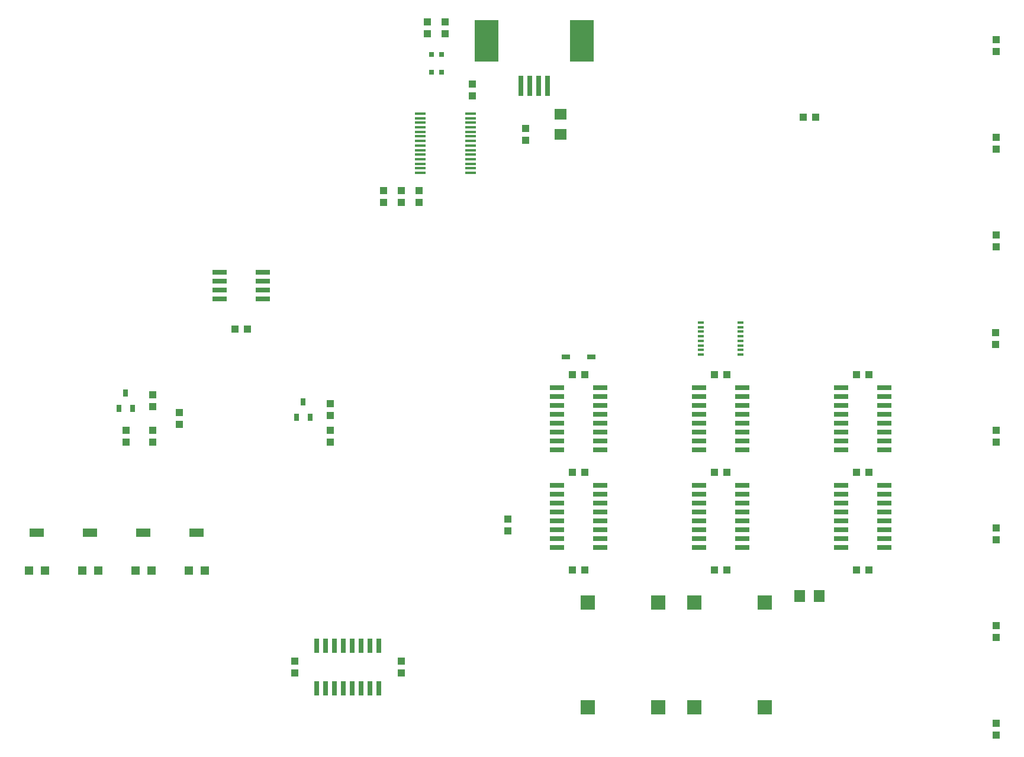
<source format=gbr>
G04 EAGLE Gerber RS-274X export*
G75*
%MOMM*%
%FSLAX34Y34*%
%LPD*%
%INSolderpaste Bottom*%
%IPPOS*%
%AMOC8*
5,1,8,0,0,1.08239X$1,22.5*%
G01*
%ADD10R,1.300000X1.300000*%
%ADD11R,2.000000X1.300000*%
%ADD12R,1.100000X1.000000*%
%ADD13R,1.000000X1.100000*%
%ADD14R,1.200000X0.700000*%
%ADD15R,2.032000X0.660400*%
%ADD16R,0.700000X1.000000*%
%ADD17R,0.660400X2.032000*%
%ADD18R,1.500000X0.400000*%
%ADD19R,0.800000X0.800000*%
%ADD20R,0.900000X0.350000*%
%ADD21R,2.000000X2.000000*%
%ADD22R,1.803000X1.600000*%
%ADD23R,3.400000X6.040000*%
%ADD24R,0.700000X3.000000*%
%ADD25R,1.600000X1.803000*%


D10*
X202000Y251900D03*
X179000Y251900D03*
D11*
X190500Y306900D03*
D12*
X414900Y597500D03*
X397900Y597500D03*
X1286900Y532800D03*
X1303900Y532800D03*
D13*
X483200Y105800D03*
X483200Y122800D03*
D12*
X1210700Y901100D03*
X1227700Y901100D03*
X880500Y253400D03*
X897500Y253400D03*
D13*
X813400Y867800D03*
X813400Y884800D03*
X661000Y778900D03*
X661000Y795900D03*
X737200Y931300D03*
X737200Y948300D03*
X635600Y778900D03*
X635600Y795900D03*
X318100Y461400D03*
X318100Y478400D03*
X534000Y474100D03*
X534000Y491100D03*
D12*
X880500Y393100D03*
X897500Y393100D03*
X1083700Y393100D03*
X1100700Y393100D03*
X1083700Y253400D03*
X1100700Y253400D03*
X1286900Y253400D03*
X1303900Y253400D03*
X1286900Y393100D03*
X1303900Y393100D03*
X880500Y532800D03*
X897500Y532800D03*
X1083700Y532800D03*
X1100700Y532800D03*
D14*
X870500Y558200D03*
X907500Y558200D03*
D15*
X858266Y425450D03*
X919734Y425450D03*
X858266Y438150D03*
X858266Y450850D03*
X919734Y438150D03*
X919734Y450850D03*
X858266Y463550D03*
X919734Y463550D03*
X858266Y476250D03*
X919734Y476250D03*
X858266Y488950D03*
X858266Y501650D03*
X919734Y488950D03*
X919734Y501650D03*
X858266Y514350D03*
X919734Y514350D03*
D16*
X495300Y493600D03*
X485800Y471600D03*
X504800Y471600D03*
D17*
X603250Y83566D03*
X603250Y145034D03*
X590550Y83566D03*
X577850Y83566D03*
X590550Y145034D03*
X577850Y145034D03*
X565150Y83566D03*
X565150Y145034D03*
X552450Y83566D03*
X552450Y145034D03*
X539750Y83566D03*
X527050Y83566D03*
X539750Y145034D03*
X527050Y145034D03*
X514350Y83566D03*
X514350Y145034D03*
D15*
X858266Y285750D03*
X919734Y285750D03*
X858266Y298450D03*
X858266Y311150D03*
X919734Y298450D03*
X919734Y311150D03*
X858266Y323850D03*
X919734Y323850D03*
X858266Y336550D03*
X919734Y336550D03*
X858266Y349250D03*
X858266Y361950D03*
X919734Y349250D03*
X919734Y361950D03*
X858266Y374650D03*
X919734Y374650D03*
X1264666Y425450D03*
X1326134Y425450D03*
X1264666Y438150D03*
X1264666Y450850D03*
X1326134Y438150D03*
X1326134Y450850D03*
X1264666Y463550D03*
X1326134Y463550D03*
X1264666Y476250D03*
X1326134Y476250D03*
X1264666Y488950D03*
X1264666Y501650D03*
X1326134Y488950D03*
X1326134Y501650D03*
X1264666Y514350D03*
X1326134Y514350D03*
X1264666Y285750D03*
X1326134Y285750D03*
X1264666Y298450D03*
X1264666Y311150D03*
X1326134Y298450D03*
X1326134Y311150D03*
X1264666Y323850D03*
X1326134Y323850D03*
X1264666Y336550D03*
X1326134Y336550D03*
X1264666Y349250D03*
X1264666Y361950D03*
X1326134Y349250D03*
X1326134Y361950D03*
X1264666Y374650D03*
X1326134Y374650D03*
X1061466Y425450D03*
X1122934Y425450D03*
X1061466Y438150D03*
X1061466Y450850D03*
X1122934Y438150D03*
X1122934Y450850D03*
X1061466Y463550D03*
X1122934Y463550D03*
X1061466Y476250D03*
X1122934Y476250D03*
X1061466Y488950D03*
X1061466Y501650D03*
X1122934Y488950D03*
X1122934Y501650D03*
X1061466Y514350D03*
X1122934Y514350D03*
X1061466Y285750D03*
X1122934Y285750D03*
X1061466Y298450D03*
X1061466Y311150D03*
X1122934Y298450D03*
X1122934Y311150D03*
X1061466Y323850D03*
X1122934Y323850D03*
X1061466Y336550D03*
X1122934Y336550D03*
X1061466Y349250D03*
X1061466Y361950D03*
X1122934Y349250D03*
X1122934Y361950D03*
X1061466Y374650D03*
X1122934Y374650D03*
D18*
X662250Y821350D03*
X662250Y827850D03*
X662250Y834350D03*
X662250Y840850D03*
X662250Y847350D03*
X662250Y853850D03*
X662250Y860350D03*
X662250Y866850D03*
X662250Y873350D03*
X662250Y879850D03*
X662250Y886350D03*
X662250Y892850D03*
X662250Y899350D03*
X662250Y905850D03*
X734750Y905850D03*
X734750Y899350D03*
X734750Y892850D03*
X734750Y886350D03*
X734750Y879850D03*
X734750Y873350D03*
X734750Y866850D03*
X734750Y860350D03*
X734750Y853850D03*
X734750Y847350D03*
X734750Y840850D03*
X734750Y834350D03*
X734750Y827850D03*
X734750Y821350D03*
D16*
X241300Y506300D03*
X231800Y484300D03*
X250800Y484300D03*
D13*
X635600Y105800D03*
X635600Y122800D03*
X697900Y1037200D03*
X697900Y1020200D03*
X672500Y1037200D03*
X672500Y1020200D03*
X610200Y778900D03*
X610200Y795900D03*
D12*
X280000Y436000D03*
X280000Y453000D03*
X241900Y436000D03*
X241900Y453000D03*
X534000Y436000D03*
X534000Y453000D03*
D13*
X788000Y309000D03*
X788000Y326000D03*
D12*
X280000Y486800D03*
X280000Y503800D03*
D13*
X1485300Y592700D03*
X1485300Y575700D03*
X1486500Y732400D03*
X1486500Y715400D03*
X1486500Y872100D03*
X1486500Y855100D03*
X1486500Y1011800D03*
X1486500Y994800D03*
X1486500Y453000D03*
X1486500Y436000D03*
X1486500Y313300D03*
X1486500Y296300D03*
X1486500Y173600D03*
X1486500Y156600D03*
X1486500Y33900D03*
X1486500Y16900D03*
D19*
X678300Y990600D03*
X693300Y990600D03*
D10*
X125800Y251900D03*
X102800Y251900D03*
D11*
X114300Y306900D03*
D19*
X678300Y965200D03*
X693300Y965200D03*
D15*
X375666Y641350D03*
X437134Y641350D03*
X375666Y654050D03*
X375666Y666750D03*
X437134Y654050D03*
X437134Y666750D03*
X375666Y679450D03*
X437134Y679450D03*
D20*
X1063450Y561450D03*
X1063450Y567950D03*
X1063450Y574450D03*
X1063450Y580950D03*
X1063450Y587450D03*
X1063450Y593950D03*
X1063450Y600450D03*
X1063450Y606950D03*
X1120950Y606950D03*
X1120950Y600450D03*
X1120950Y593950D03*
X1120950Y587450D03*
X1120950Y580950D03*
X1120950Y574450D03*
X1120950Y567950D03*
X1120950Y561450D03*
D21*
X1154900Y57000D03*
X1154900Y207000D03*
X1054900Y207000D03*
X1054900Y57000D03*
X1002500Y57000D03*
X1002500Y207000D03*
X902500Y207000D03*
X902500Y57000D03*
D22*
X863000Y904720D03*
X863000Y876280D03*
D10*
X278200Y251900D03*
X255200Y251900D03*
D11*
X266700Y306900D03*
D10*
X354400Y251900D03*
X331400Y251900D03*
D11*
X342900Y306900D03*
D23*
X757500Y1010200D03*
X893500Y1010200D03*
D24*
X806750Y946000D03*
X819250Y946000D03*
X831750Y946000D03*
X844250Y946000D03*
D25*
X1233420Y215900D03*
X1204980Y215900D03*
M02*

</source>
